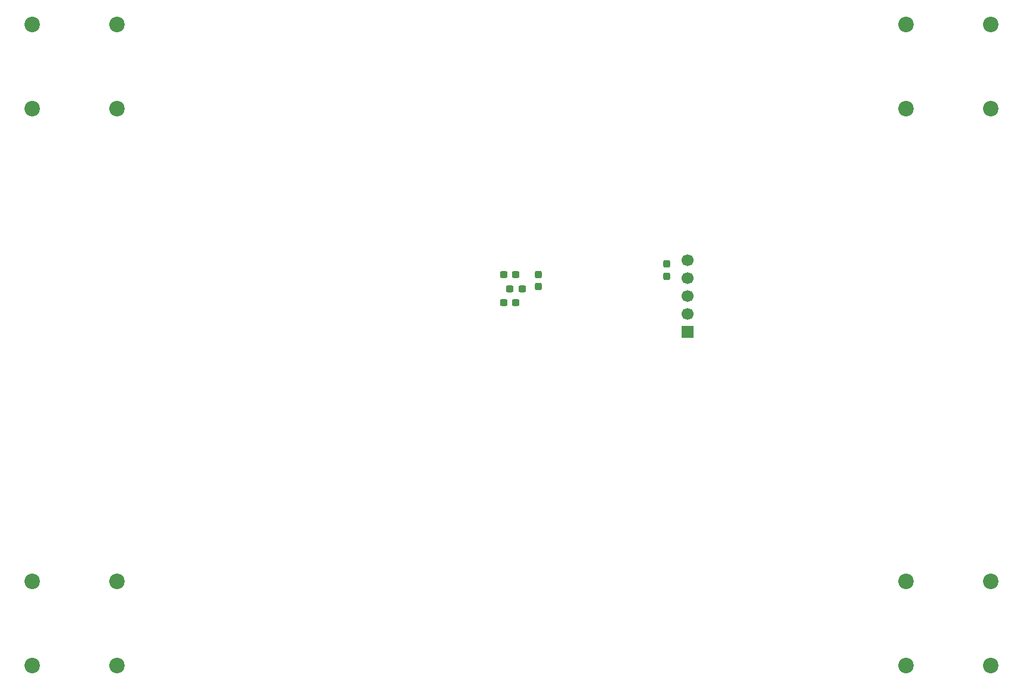
<source format=gbr>
%TF.GenerationSoftware,KiCad,Pcbnew,9.0.6*%
%TF.CreationDate,2025-12-28T22:24:58-08:00*%
%TF.ProjectId,neodrone-v1,6e656f64-726f-46e6-952d-76312e6b6963,rev?*%
%TF.SameCoordinates,Original*%
%TF.FileFunction,Soldermask,Bot*%
%TF.FilePolarity,Negative*%
%FSLAX46Y46*%
G04 Gerber Fmt 4.6, Leading zero omitted, Abs format (unit mm)*
G04 Created by KiCad (PCBNEW 9.0.6) date 2025-12-28 22:24:58*
%MOMM*%
%LPD*%
G01*
G04 APERTURE LIST*
G04 Aperture macros list*
%AMRoundRect*
0 Rectangle with rounded corners*
0 $1 Rounding radius*
0 $2 $3 $4 $5 $6 $7 $8 $9 X,Y pos of 4 corners*
0 Add a 4 corners polygon primitive as box body*
4,1,4,$2,$3,$4,$5,$6,$7,$8,$9,$2,$3,0*
0 Add four circle primitives for the rounded corners*
1,1,$1+$1,$2,$3*
1,1,$1+$1,$4,$5*
1,1,$1+$1,$6,$7*
1,1,$1+$1,$8,$9*
0 Add four rect primitives between the rounded corners*
20,1,$1+$1,$2,$3,$4,$5,0*
20,1,$1+$1,$4,$5,$6,$7,0*
20,1,$1+$1,$6,$7,$8,$9,0*
20,1,$1+$1,$8,$9,$2,$3,0*%
G04 Aperture macros list end*
%ADD10RoundRect,0.237500X-0.237500X0.300000X-0.237500X-0.300000X0.237500X-0.300000X0.237500X0.300000X0*%
%ADD11RoundRect,0.237500X0.300000X0.237500X-0.300000X0.237500X-0.300000X-0.237500X0.300000X-0.237500X0*%
%ADD12RoundRect,0.237500X-0.300000X-0.237500X0.300000X-0.237500X0.300000X0.237500X-0.300000X0.237500X0*%
%ADD13C,1.700000*%
%ADD14R,1.700000X1.700000*%
%ADD15RoundRect,0.237500X0.237500X-0.300000X0.237500X0.300000X-0.237500X0.300000X-0.237500X-0.300000X0*%
%ADD16C,2.200000*%
G04 APERTURE END LIST*
D10*
%TO.C,C5*%
X154275000Y-90000000D03*
X154275000Y-91725000D03*
%TD*%
D11*
%TO.C,C2*%
X149412500Y-94000000D03*
X151137500Y-94000000D03*
%TD*%
D12*
%TO.C,C3*%
X152000000Y-92000000D03*
X150275000Y-92000000D03*
%TD*%
D11*
%TO.C,C4*%
X151137500Y-90000000D03*
X149412500Y-90000000D03*
%TD*%
D13*
%TO.C,J1*%
X175500000Y-87960000D03*
X175500000Y-90500000D03*
X175500000Y-93040000D03*
X175500000Y-95580000D03*
D14*
X175500000Y-98120000D03*
%TD*%
D15*
%TO.C,C6*%
X172500000Y-90225000D03*
X172500000Y-88500000D03*
%TD*%
D16*
%TO.C,REF\u002A\u002A*%
X94500000Y-66500000D03*
%TD*%
%TO.C,REF\u002A\u002A*%
X206500000Y-54500000D03*
%TD*%
%TO.C,REF\u002A\u002A*%
X82500000Y-145500000D03*
%TD*%
%TO.C,REF\u002A\u002A*%
X218500000Y-145500000D03*
%TD*%
%TO.C,REF\u002A\u002A*%
X218500000Y-66500000D03*
%TD*%
%TO.C,REF\u002A\u002A*%
X218500000Y-54500000D03*
%TD*%
%TO.C,REF\u002A\u002A*%
X218500000Y-133500000D03*
%TD*%
%TO.C,REF\u002A\u002A*%
X206500000Y-66500000D03*
%TD*%
%TO.C,REF\u002A\u002A*%
X206500000Y-133500000D03*
%TD*%
%TO.C,REF\u002A\u002A*%
X206500000Y-145500000D03*
%TD*%
%TO.C,REF\u002A\u002A*%
X82500000Y-133500000D03*
%TD*%
%TO.C,REF\u002A\u002A*%
X94500000Y-133500000D03*
%TD*%
%TO.C,REF\u002A\u002A*%
X94500000Y-145500000D03*
%TD*%
%TO.C,REF\u002A\u002A*%
X82500000Y-54500000D03*
%TD*%
%TO.C,REF\u002A\u002A*%
X82500000Y-66500000D03*
%TD*%
%TO.C,REF\u002A\u002A*%
X94500000Y-54500000D03*
%TD*%
M02*

</source>
